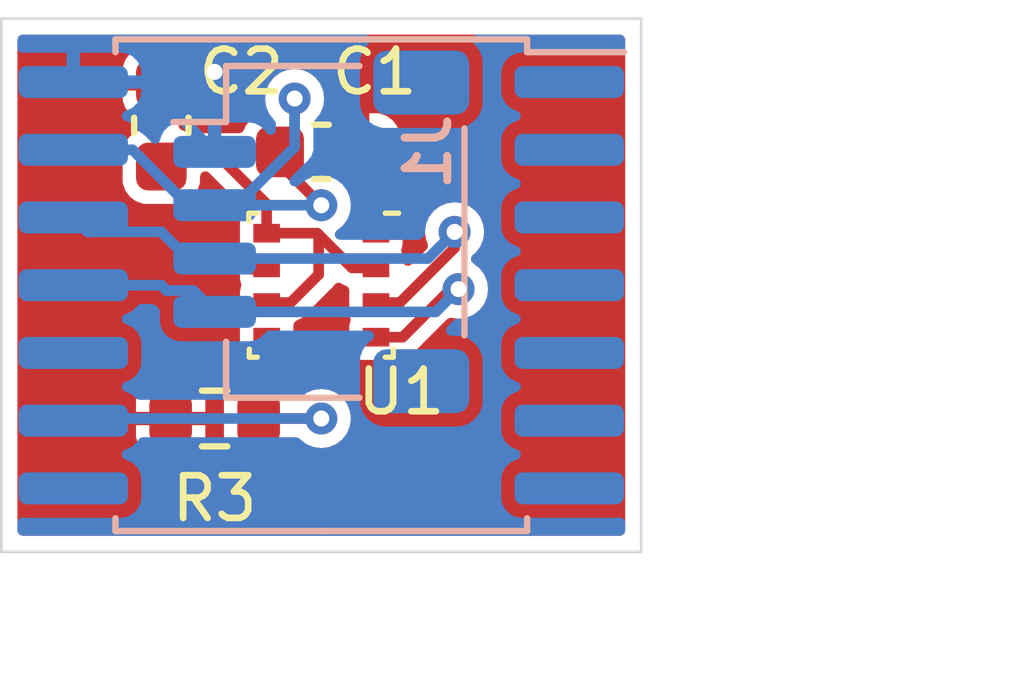
<source format=kicad_pcb>
(kicad_pcb (version 20221018) (generator pcbnew)
  (layers (0 "F.Cu" signal) (31 "B.Cu" signal) (34 "B.Paste" user) (35 "F.Paste" user) (36 "B.SilkS" user "B.Silkscreen") (37 "F.SilkS" user "F.Silkscreen") (38 "B.Mask" user) (39 "F.Mask" user) (44 "Edge.Cuts" user))
  (net 0 "")
  (net 1 "GND")
  (net 2 "+3V3")
  (net 3 "/sda_3v3")
  (net 4 "/scl_3v3")
  (net 6 "/address")
  (net 14 "/cs")
  (footprint "oomlout_oomp_part_footprints:c6nf100_electronic_capacitor_0603_100_nano_farad" (layer "F.Cu") (at -3 -3 90)
    (fp_text reference "C2" (at 1 1.5 180) (layer "F.SilkS") (effects (font (size 0.8 0.8) (thickness 0.125))))
    (fp_text value "c6nf100")
    (fp_line (start -0.14058 -0.51) (end 0.14058 -0.51) (stroke (width 0.12)) (layer "F.SilkS"))
    (fp_line (start -0.14058 0.51) (end 0.14058 0.51) (stroke (width 0.12)) (layer "F.SilkS"))
    (pad "1" smd roundrect (at -0.775 0 90) (size 0.9 0.95) (layers "F.Cu" "F.Paste" "F.Mask") (net 2 "+3V3"))
    (pad "2" smd roundrect (at 0.775 0 90) (size 0.9 0.95) (layers "F.Cu" "F.Paste" "F.Mask") (net 1 "GND"))
  )
  (footprint "oomlout_oomp_part_footprints:r6o472_electronic_resistor_0603_4700_ohm" (layer "F.Cu") (at -2 2.5 180)
    (fp_text reference "R3" (at 0 -1.5) (layer "F.SilkS") (effects (font (size 0.8 0.8) (thickness 0.125))))
    (fp_text value "r6o472")
    (fp_line (start -0.237258 -0.5225) (end 0.237258 -0.5225) (stroke (width 0.12)) (layer "F.SilkS"))
    (fp_line (start -0.237258 0.5225) (end 0.237258 0.5225) (stroke (width 0.12)) (layer "F.SilkS"))
    (pad "1" smd roundrect (at -0.825 0 180) (size 0.8 0.95) (layers "F.Cu" "F.Paste" "F.Mask") (net 6 "/address"))
    (pad "2" smd roundrect (at 0.825 0 180) (size 0.8 0.95) (layers "F.Cu" "F.Paste" "F.Mask") (net 1 "GND"))
  )
  (footprint "oomlout_oomp_part_footprints:isn280_electronic_ic_lga_2_5_mm_x_2_5_mm_8_pin_sensor_pressure_temperature_bosch_bme280" (layer "F.Cu") (at 0 0 -90)
    (fp_text reference "U1" (at 2 -1.5 180) (layer "F.SilkS") (effects (font (size 0.8 0.8) (thickness 0.125))))
    (fp_text value "isn280")
    (fp_line (start -1.35 -1.2) (end -1.35 -1.45) (stroke (width 0.1)) (layer "F.SilkS"))
    (fp_line (start -1.35 1.35) (end -1.35 1.2) (stroke (width 0.1)) (layer "F.SilkS"))
    (fp_line (start -1.35 1.36) (end -1.2 1.36) (stroke (width 0.1)) (layer "F.SilkS"))
    (fp_line (start 1.2 -1.35) (end 1.35 -1.35) (stroke (width 0.1)) (layer "F.SilkS"))
    (fp_line (start 1.35 -1.35) (end 1.35 -1.2) (stroke (width 0.1)) (layer "F.SilkS"))
    (fp_line (start 1.35 1.35) (end 1.2 1.35) (stroke (width 0.1)) (layer "F.SilkS"))
    (fp_line (start 1.35 1.35) (end 1.35 1.2) (stroke (width 0.1)) (layer "F.SilkS"))
    (pad "1" smd rect (at -0.975 -1.025) (size 0.5 0.35) (layers "F.Cu" "F.Paste" "F.Mask") (net 1 "GND"))
    (pad "2" smd rect (at -0.325 -1.025) (size 0.5 0.35) (layers "F.Cu" "F.Paste" "F.Mask") (net 2 "+3V3"))
    (pad "3" smd rect (at 0.325 -1.025) (size 0.5 0.35) (layers "F.Cu" "F.Paste" "F.Mask") (net 3 "/sda_3v3"))
    (pad "4" smd rect (at 0.975 -1.025) (size 0.5 0.35) (layers "F.Cu" "F.Paste" "F.Mask") (net 4 "/scl_3v3"))
    (pad "5" smd rect (at 0.975 1.025) (size 0.5 0.35) (layers "F.Cu" "F.Paste" "F.Mask") (net 6 "/address"))
    (pad "6" smd rect (at 0.325 1.025) (size 0.5 0.35) (layers "F.Cu" "F.Paste" "F.Mask") (net 2 "+3V3"))
    (pad "7" smd rect (at -0.325 1.025) (size 0.5 0.35) (layers "F.Cu" "F.Paste" "F.Mask") (net 1 "GND"))
    (pad "8" smd rect (at -0.975 1.025) (size 0.5 0.35) (layers "F.Cu" "F.Paste" "F.Mask") (net 2 "+3V3"))
  )
  (footprint "oomlout_oomp_part_footprints:c6nf100_electronic_capacitor_0603_100_nano_farad" (layer "F.Cu") (at 0 -2.5)
    (fp_text reference "C1" (at 1 -1.5) (layer "F.SilkS") (effects (font (size 0.8 0.8) (thickness 0.125))))
    (fp_text value "c6nf100")
    (fp_line (start -0.14058 -0.51) (end 0.14058 -0.51) (stroke (width 0.12)) (layer "F.SilkS"))
    (fp_line (start -0.14058 0.51) (end 0.14058 0.51) (stroke (width 0.12)) (layer "F.SilkS"))
    (pad "1" smd roundrect (at -0.775 0) (size 0.9 0.95) (layers "F.Cu" "F.Paste" "F.Mask") (net 2 "+3V3"))
    (pad "2" smd roundrect (at 0.775 0) (size 0.9 0.95) (layers "F.Cu" "F.Paste" "F.Mask") (net 1 "GND"))
  )
  (footprint "oomlout_oomp_part_footprints:h4psmra_electronic_header_1_mm_jst_sh_4_pin_surface_mount_right_angle" (layer "B.Cu") (at 0 -1 -90)
    (fp_text reference "J1" (at -1.5 -2 90) (layer "B.SilkS") (effects (font (size 0.8 0.8)) (justify mirror)))
    (fp_text value "h4psmra")
    (fp_line (start -3.11 -0.715) (end -3.11 1.785) (stroke (width 0.12)) (layer "B.SilkS"))
    (fp_line (start -3.11 1.785) (end -2.06 1.785) (stroke (width 0.12)) (layer "B.SilkS"))
    (fp_line (start -2.06 1.785) (end -2.06 2.775) (stroke (width 0.12)) (layer "B.SilkS"))
    (fp_line (start -1.94 -2.685) (end 1.94 -2.685) (stroke (width 0.12)) (layer "B.SilkS"))
    (fp_line (start 3.11 -0.715) (end 3.11 1.785) (stroke (width 0.12)) (layer "B.SilkS"))
    (fp_line (start 3.11 1.785) (end 2.06 1.785) (stroke (width 0.12)) (layer "B.SilkS"))
    (pad "1" smd roundrect (at -1.5 2 270) (size 0.6 1.55) (layers "B.Cu" "B.Paste" "B.Mask") (net 1 "GND"))
    (pad "2" smd roundrect (at -0.5 2 270) (size 0.6 1.55) (layers "B.Cu" "B.Paste" "B.Mask") (net 2 "+3V3"))
    (pad "3" smd roundrect (at 0.5 2 270) (size 0.6 1.55) (layers "B.Cu" "B.Paste" "B.Mask") (net 3 "/sda_3v3"))
    (pad "4" smd roundrect (at 1.5 2 270) (size 0.6 1.55) (layers "B.Cu" "B.Paste" "B.Mask") (net 4 "/scl_3v3"))
    (pad "MP" smd roundrect (at -2.8 -1.875 270) (size 1.2 1.8) (layers "B.Cu" "B.Paste" "B.Mask") (roundrect_rratio 0.2083333333))
    (pad "MP" smd roundrect (at 2.8 -1.875 270) (size 1.2 1.8) (layers "B.Cu" "B.Paste" "B.Mask") (roundrect_rratio 0.2083333333))
  )
  (footprint "oomlout_oomp_part_footprints:insoic14wi2cheli_electronic_interposer_soic_14_wide_i2c_helicopter" (layer "B.Cu") (at 0 0 180)
    (fp_text reference "U2" hide)
    (fp_text value "insoic14wi2cheli")
    (fp_line (start -3.86 -4.61) (end -3.86 -4.37) (stroke (width 0.12)) (layer "B.SilkS"))
    (fp_line (start -3.86 4.37) (end -5.675 4.37) (stroke (width 0.12)) (layer "B.SilkS"))
    (fp_line (start -3.86 4.61) (end -3.86 4.37) (stroke (width 0.12)) (layer "B.SilkS"))
    (fp_line (start 0 -4.61) (end -3.86 -4.61) (stroke (width 0.12)) (layer "B.SilkS"))
    (fp_line (start 0 -4.61) (end 3.86 -4.61) (stroke (width 0.12)) (layer "B.SilkS"))
    (fp_line (start 0 4.61) (end -3.86 4.61) (stroke (width 0.12)) (layer "B.SilkS"))
    (fp_line (start 0 4.61) (end 3.86 4.61) (stroke (width 0.12)) (layer "B.SilkS"))
    (fp_line (start 3.86 -4.61) (end 3.86 -4.37) (stroke (width 0.12)) (layer "B.SilkS"))
    (fp_line (start 3.86 4.61) (end 3.86 4.37) (stroke (width 0.12)) (layer "B.SilkS"))
    (pad "1" smd roundrect (at -4.65 3.81 180) (size 2.05 0.6) (layers "B.Cu" "B.Paste" "B.Mask"))
    (pad "2" smd roundrect (at -4.65 2.54 180) (size 2.05 0.6) (layers "B.Cu" "B.Paste" "B.Mask"))
    (pad "3" smd roundrect (at -4.65 1.27 180) (size 2.05 0.6) (layers "B.Cu" "B.Paste" "B.Mask"))
    (pad "4" smd roundrect (at -4.65 0 180) (size 2.05 0.6) (layers "B.Cu" "B.Paste" "B.Mask"))
    (pad "5" smd roundrect (at -4.65 -1.27 180) (size 2.05 0.6) (layers "B.Cu" "B.Paste" "B.Mask"))
    (pad "6" smd roundrect (at -4.65 -2.54 180) (size 2.05 0.6) (layers "B.Cu" "B.Paste" "B.Mask"))
    (pad "7" smd roundrect (at -4.65 -3.81 180) (size 2.05 0.6) (layers "B.Cu" "B.Paste" "B.Mask"))
    (pad "8" smd roundrect (at 4.65 -3.81 180) (size 2.05 0.6) (layers "B.Cu" "B.Paste" "B.Mask"))
    (pad "9" smd roundrect (at 4.65 -2.54 180) (size 2.05 0.6) (layers "B.Cu" "B.Paste" "B.Mask") (net 6 "/address"))
    (pad "10" smd roundrect (at 4.65 -1.27 180) (size 2.05 0.6) (layers "B.Cu" "B.Paste" "B.Mask") (net 14 "/cs"))
    (pad "11" smd roundrect (at 4.65 0 180) (size 2.05 0.6) (layers "B.Cu" "B.Paste" "B.Mask") (net 4 "/scl_3v3"))
    (pad "12" smd roundrect (at 4.65 1.27 180) (size 2.05 0.6) (layers "B.Cu" "B.Paste" "B.Mask") (net 3 "/sda_3v3"))
    (pad "13" smd roundrect (at 4.65 2.54 180) (size 2.05 0.6) (layers "B.Cu" "B.Paste" "B.Mask") (net 2 "+3V3"))
    (pad "14" smd roundrect (at 4.65 3.81 180) (size 2.05 0.6) (layers "B.Cu" "B.Paste" "B.Mask") (net 1 "GND"))
  )
  (gr_line (start 6 5) (end 6 -5) (stroke (width 0.05)) (layer "Edge.Cuts"))
  (gr_line (start -6 -5) (end -6 5) (stroke (width 0.05)) (layer "Edge.Cuts"))
  (gr_line (start -6 5) (end 6 5) (stroke (width 0.05)) (layer "Edge.Cuts"))
  (gr_line (start 6 -5) (end -6 -5) (stroke (width 0.05)) (layer "Edge.Cuts"))
  (segment (start -3 -3.775) (end -2.225 -3.775) (width 0.2) (layer "F.Cu") (net 1))
  (segment (start -2.225 -3.775) (end -2 -4) (width 0.2) (layer "F.Cu") (net 1))
  (via (at -2 -4) (size 0.6) (drill 0.3) (layers "F.Cu" "B.Cu") (net 1))
  (segment (start -2 -2.5) (end -3.31 -3.81) (width 0.2) (layer "B.Cu") (net 1))
  (segment (start -3.31 -3.81) (end -4.65 -3.81) (width 0.2) (layer "B.Cu") (net 1))
  (segment (start -0.775 -2.275) (end 0 -1.5) (width 0.2) (layer "F.Cu") (net 2))
  (segment (start -0.5 -3.5) (end -0.5 -2.775) (width 0.2) (layer "F.Cu") (net 2))
  (segment (start -1.025 -1.525) (end -2 -2.5) (width 0.2) (layer "F.Cu") (net 2))
  (segment (start 0.575 -0.325) (end 1.025 -0.325) (width 0.2) (layer "F.Cu") (net 2))
  (segment (start -2.725 -2.5) (end -3 -2.225) (width 0.2) (layer "F.Cu") (net 2))
  (segment (start -0.5 -2.775) (end -0.775 -2.5) (width 0.2) (layer "F.Cu") (net 2))
  (segment (start -1.025 -0.975) (end -0.075 -0.975) (width 0.2) (layer "F.Cu") (net 2))
  (segment (start -0.05 -0.95) (end 0.575 -0.325) (width 0.2) (layer "F.Cu") (net 2))
  (segment (start -1.025 0.325) (end -0.575 0.325) (width 0.2) (layer "F.Cu") (net 2))
  (segment (start -1.025 -0.975) (end -1.025 -1.525) (width 0.2) (layer "F.Cu") (net 2))
  (segment (start -0.075 -0.975) (end -0.05 -0.95) (width 0.2) (layer "F.Cu") (net 2))
  (segment (start -0.775 -2.5) (end -0.775 -2.275) (width 0.2) (layer "F.Cu") (net 2))
  (segment (start -2 -2.5) (end -2.725 -2.5) (width 0.2) (layer "F.Cu") (net 2))
  (segment (start -0.05 -0.2) (end -0.05 -0.95) (width 0.2) (layer "F.Cu") (net 2))
  (segment (start -0.575 0.325) (end -0.05 -0.2) (width 0.2) (layer "F.Cu") (net 2))
  (segment (start -2 -2.5) (end -0.775 -2.5) (width 0.2) (layer "F.Cu") (net 2))
  (via (at 0 -1.5) (size 0.6) (drill 0.3) (layers "F.Cu" "B.Cu") (net 2))
  (via (at -0.5 -3.5) (size 0.6) (drill 0.3) (layers "F.Cu" "B.Cu") (net 2))
  (segment (start -2.5 -1.5) (end -3.54 -2.54) (width 0.2) (layer "B.Cu") (net 2))
  (segment (start -3.54 -2.54) (end -4.65 -2.54) (width 0.2) (layer "B.Cu") (net 2))
  (segment (start 0 -1.5) (end -2 -1.5) (width 0.2) (layer "B.Cu") (net 2))
  (segment (start -2 -1.5) (end -2.5 -1.5) (width 0.2) (layer "B.Cu") (net 2))
  (segment (start -2 -1.5) (end -1.588604 -1.5) (width 0.2) (layer "B.Cu") (net 2))
  (segment (start -0.5 -2.588604) (end -0.5 -3.5) (width 0.2) (layer "B.Cu") (net 2))
  (segment (start -1.588604 -1.5) (end -0.5 -2.588604) (width 0.2) (layer "B.Cu") (net 2))
  (segment (start 1.025 0.325) (end 1.475 0.325) (width 0.2) (layer "F.Cu") (net 3))
  (segment (start 1.475 0.325) (end 2.5 -0.7) (width 0.2) (layer "F.Cu") (net 3))
  (segment (start 2.5 -0.7) (end 2.5 -1) (width 0.2) (layer "F.Cu") (net 3))
  (via (at 2.5 -1) (size 0.6) (drill 0.3) (layers "F.Cu" "B.Cu") (net 3))
  (segment (start -2.5 -0.5) (end -3 -1) (width 0.2) (layer "B.Cu") (net 3))
  (segment (start 2 -0.5) (end 2.5 -1) (width 0.2) (layer "B.Cu") (net 3))
  (segment (start -4.38 -1) (end -4.4 -1.02) (width 0.2) (layer "B.Cu") (net 3))
  (segment (start -3 -1) (end -4.38 -1) (width 0.2) (layer "B.Cu") (net 3))
  (segment (start -2 -0.5) (end -2.5 -0.5) (width 0.2) (layer "B.Cu") (net 3))
  (segment (start -4.4 -1.02) (end -4.4 -1.27) (width 0.2) (layer "B.Cu") (net 3))
  (segment (start -2 -0.5) (end 2 -0.5) (width 0.2) (layer "B.Cu") (net 3))
  (segment (start 1.525 0.975) (end 2.5 0) (width 0.2) (layer "F.Cu") (net 4))
  (segment (start 2.5 0) (end 2.573911 0.073911) (width 0.2) (layer "F.Cu") (net 4))
  (segment (start 1.025 0.975) (end 1.525 0.975) (width 0.2) (layer "F.Cu") (net 4))
  (via (at 2.573911 0.073911) (size 0.6) (drill 0.3) (layers "F.Cu" "B.Cu") (net 4))
  (segment (start -3 0) (end -4.4 0) (width 0.2) (layer "B.Cu") (net 4))
  (segment (start -2.9 0.1) (end -3 0) (width 0.2) (layer "B.Cu") (net 4))
  (segment (start -2.4 0.1) (end -2.9 0.1) (width 0.2) (layer "B.Cu") (net 4))
  (segment (start 2.147822 0.5) (end -2 0.5) (width 0.2) (layer "B.Cu") (net 4))
  (segment (start -2 0.5) (end -2.4 0.1) (width 0.2) (layer "B.Cu") (net 4))
  (segment (start 2.573911 0.073911) (end 2.147822 0.5) (width 0.2) (layer "B.Cu") (net 4))
  (segment (start -1.175 1.125) (end -1.025 0.975) (width 0.2) (layer "F.Cu") (net 6))
  (segment (start -1.175 2.5) (end -1.175 1.125) (width 0.2) (layer "F.Cu") (net 6))
  (segment (start -1.175 2.5) (end 0 2.5) (width 0.2) (layer "F.Cu") (net 6))
  (via (at 0 2.5) (size 0.6) (drill 0.3) (layers "F.Cu" "B.Cu") (net 6))
  (segment (start -4.61 2.5) (end -4.65 2.54) (width 0.2) (layer "B.Cu") (net 6))
  (segment (start 0 2.5) (end -4.61 2.5) (width 0.2) (layer "B.Cu") (net 6))
  (zone (net 1) (net_name "GND") (layers "F&B.Cu") (connect_pads (clearance 0.25)) (min_thickness 0.2) (fill yes (thermal_gap 0.25) (thermal_bridge_width 0.25))
    (polygon (pts (xy -6 -5) (xy 6 -5) (xy 6 5) (xy -6 5)))
  )
)
</source>
